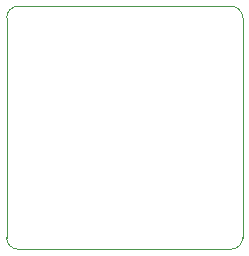
<source format=gbr>
G04 #@! TF.GenerationSoftware,KiCad,Pcbnew,6.0.10+dfsg-1~bpo11+1*
G04 #@! TF.ProjectId,project,70726f6a-6563-4742-9e6b-696361645f70,rev?*
G04 #@! TF.SameCoordinates,Original*
G04 #@! TF.FileFunction,Legend,Bot*
G04 #@! TF.FilePolarity,Positive*
%FSLAX46Y46*%
G04 Gerber Fmt 4.6, Leading zero omitted, Abs format (unit mm)*
%MOMM*%
%LPD*%
G01*
G04 APERTURE LIST*
G04 #@! TA.AperFunction,Profile*
%ADD10C,0.100000*%
G04 #@! TD*
%ADD11C,2.100000*%
G04 APERTURE END LIST*
D10*
X163500000Y-107400000D02*
G75*
G03*
X162500000Y-108400000I0J-1000000D01*
G01*
X163500000Y-127985393D02*
X181500000Y-127985393D01*
X182500000Y-126992500D02*
X182500000Y-108400000D01*
X162500000Y-108400000D02*
X162500000Y-126992500D01*
X162499907Y-126992500D02*
G75*
G03*
X163500000Y-127985393I996493J3600D01*
G01*
X182500000Y-108400000D02*
G75*
G03*
X181500000Y-107400000I-1000000J0D01*
G01*
X181500000Y-127985300D02*
G75*
G03*
X182500000Y-126992500I3600J996400D01*
G01*
X181500000Y-107400000D02*
X163500000Y-107400000D01*
%LPC*%
D11*
X166500000Y-111692500D03*
M02*

</source>
